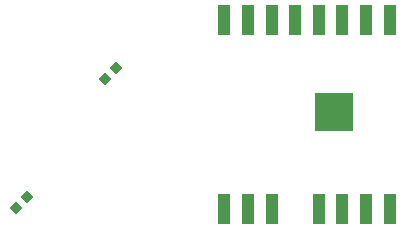
<source format=gbp>
G04*
G04 #@! TF.GenerationSoftware,Altium Limited,Altium Designer,18.1.9 (240)*
G04*
G04 Layer_Color=128*
%FSLAX25Y25*%
%MOIN*%
G70*
G01*
G75*
%ADD31P,0.04243X4X90.0*%
%ADD98R,0.12598X0.12598*%
%ADD99R,0.04331X0.09843*%
D31*
X53000Y-67000D02*
D03*
X49381Y-70619D02*
D03*
X19691Y-113751D02*
D03*
X23310Y-110132D02*
D03*
D98*
X125748Y-81632D02*
D03*
D99*
X89132Y-50922D02*
D03*
X97006Y-50924D02*
D03*
X104880Y-50920D02*
D03*
X112754Y-50923D02*
D03*
X120628Y-50920D02*
D03*
X128502Y-50916D02*
D03*
X136376Y-50922D02*
D03*
X144250Y-50924D02*
D03*
X89132Y-113920D02*
D03*
X97006Y-113924D02*
D03*
X104880Y-113921D02*
D03*
X120628Y-113921D02*
D03*
X128502Y-113917D02*
D03*
X136376Y-113921D02*
D03*
X144250Y-113924D02*
D03*
M02*

</source>
